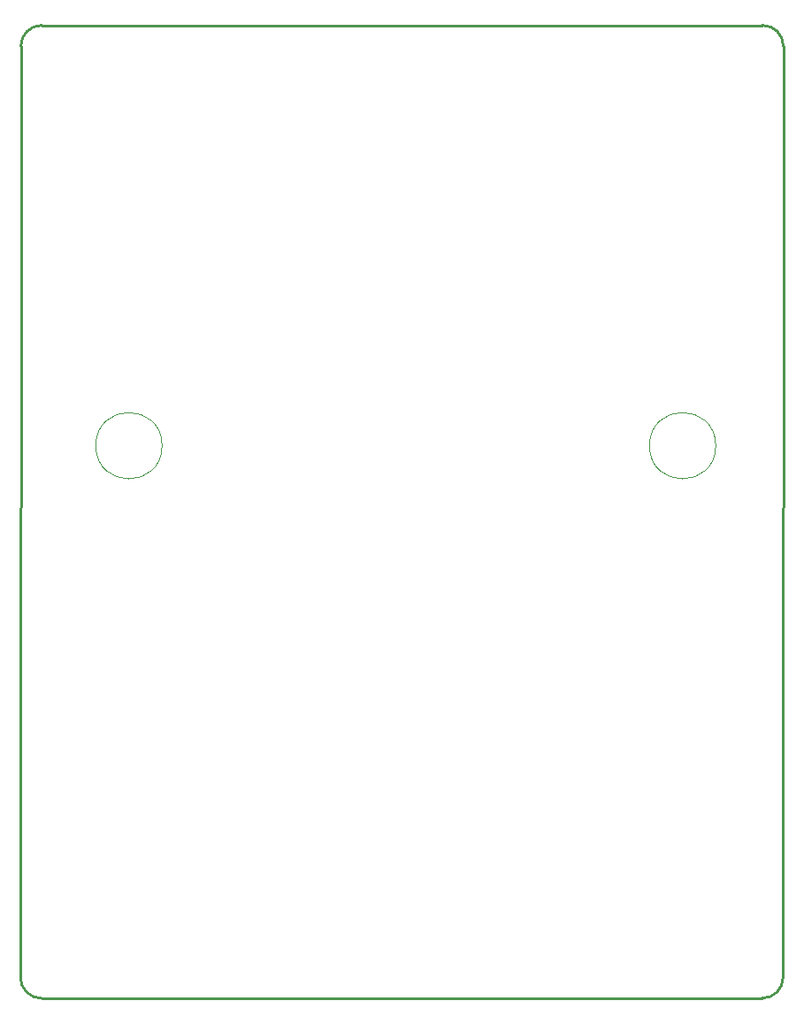
<source format=gbr>
%TF.GenerationSoftware,KiCad,Pcbnew,(6.0.6)*%
%TF.CreationDate,2022-07-31T20:56:31+02:00*%
%TF.ProjectId,SF-7326,53462d37-3332-4362-9e6b-696361645f70,rev?*%
%TF.SameCoordinates,Original*%
%TF.FileFunction,Profile,NP*%
%FSLAX46Y46*%
G04 Gerber Fmt 4.6, Leading zero omitted, Abs format (unit mm)*
G04 Created by KiCad (PCBNEW (6.0.6)) date 2022-07-31 20:56:31*
%MOMM*%
%LPD*%
G01*
G04 APERTURE LIST*
%TA.AperFunction,Profile*%
%ADD10C,0.100000*%
%TD*%
%TA.AperFunction,Profile*%
%ADD11C,0.254000*%
%TD*%
G04 APERTURE END LIST*
D10*
X138175000Y-71131400D02*
G75*
G03*
X138175000Y-71131400I-3175000J0D01*
G01*
D11*
X73650000Y-30913400D02*
X142650010Y-30913400D01*
X71618010Y-121994400D02*
G75*
G03*
X73618000Y-123994390I1999990J0D01*
G01*
D10*
X85175000Y-71131400D02*
G75*
G03*
X85175000Y-71131400I-3175000J0D01*
G01*
D11*
X142618020Y-123994400D02*
X73618000Y-123994400D01*
X73650000Y-30913400D02*
G75*
G03*
X71650000Y-32913400I0J-2000000D01*
G01*
X144618010Y-121994400D02*
X144650010Y-32913400D01*
X144650000Y-32913400D02*
G75*
G03*
X142650010Y-30913400I-2000000J0D01*
G01*
X142618010Y-123994410D02*
G75*
G03*
X144618010Y-121994400I-10J2000010D01*
G01*
X71618000Y-121994400D02*
X71650000Y-32913400D01*
M02*

</source>
